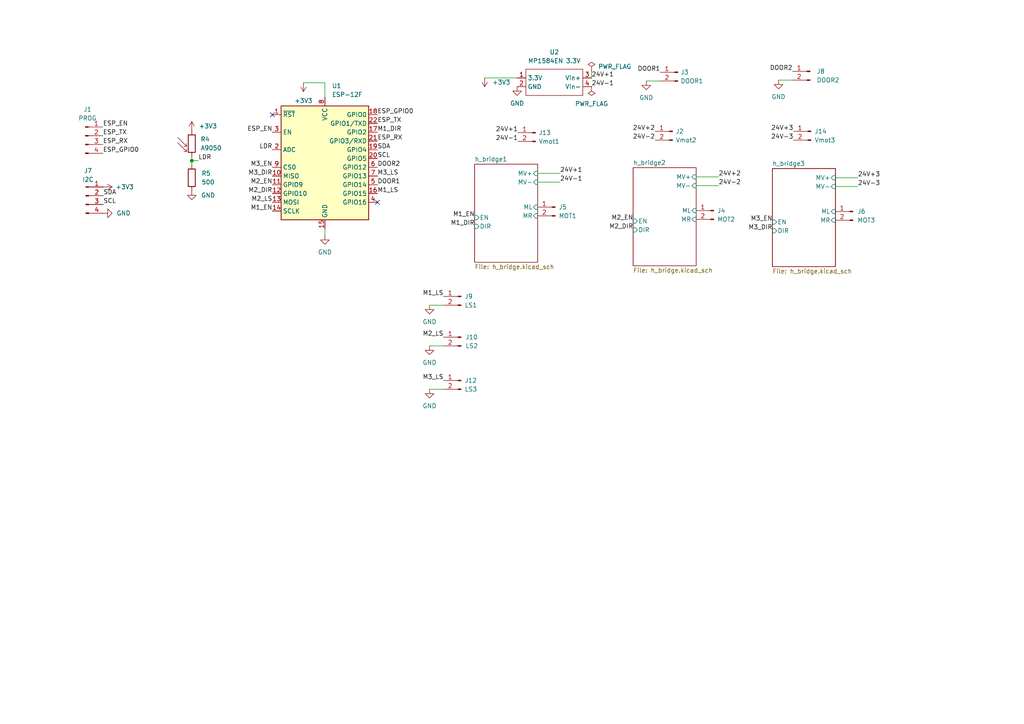
<source format=kicad_sch>
(kicad_sch (version 20211123) (generator eeschema)
  (paper "A4")
  (lib_symbols
    (symbol "Connector:Conn_01x02_Male" (pin_names (offset 1.016) hide)
      (property "Reference" "J" (at 0 2.54 0))
      (property "Value" "Conn_01x02_Male" (at 0 -5.08 0))
      (symbol "Conn_01x02_Male_1_1"
        (polyline (pts (xy 1.27 -2.54) (xy 0.8636 -2.54)) (stroke (width 0.1524)))
        (polyline (pts (xy 1.27 0) (xy 0.8636 0)) (stroke (width 0.1524)))
        (rectangle (start 0.8636 -2.413) (end 0 -2.667) (stroke (width 0.1524)) (fill (type outline)))
        (rectangle (start 0.8636 0.127) (end 0 -0.127) (stroke (width 0.1524)) (fill (type outline)))
        (pin passive line (at 5.08 0 180) (length 3.81) (name "Pin_1") (number "1"))
        (pin passive line (at 5.08 -2.54 180) (length 3.81) (name "Pin_2") (number "2"))
      )
    )
    (symbol "Connector:Conn_01x04_Male" (pin_names (offset 1.016) hide)
      (property "Reference" "J" (at 0 5.08 0))
      (property "Value" "Conn_01x04_Male" (at 0 -7.62 0))
      (symbol "Conn_01x04_Male_1_1"
        (polyline (pts (xy 1.27 -5.08) (xy 0.8636 -5.08)) (stroke (width 0.1524)))
        (polyline (pts (xy 1.27 -2.54) (xy 0.8636 -2.54)) (stroke (width 0.1524)))
        (polyline (pts (xy 1.27 0) (xy 0.8636 0)) (stroke (width 0.1524)))
        (polyline (pts (xy 1.27 2.54) (xy 0.8636 2.54)) (stroke (width 0.1524)))
        (rectangle (start 0.8636 -4.953) (end 0 -5.207) (stroke (width 0.1524)) (fill (type outline)))
        (rectangle (start 0.8636 -2.413) (end 0 -2.667) (stroke (width 0.1524)) (fill (type outline)))
        (rectangle (start 0.8636 0.127) (end 0 -0.127) (stroke (width 0.1524)) (fill (type outline)))
        (rectangle (start 0.8636 2.667) (end 0 2.413) (stroke (width 0.1524)) (fill (type outline)))
        (pin passive line (at 5.08 2.54 180) (length 3.81) (name "Pin_1") (number "1"))
        (pin passive line (at 5.08 0 180) (length 3.81) (name "Pin_2") (number "2"))
        (pin passive line (at 5.08 -2.54 180) (length 3.81) (name "Pin_3") (number "3"))
        (pin passive line (at 5.08 -5.08 180) (length 3.81) (name "Pin_4") (number "4"))
      )
    )
    (symbol "Device:R" (pin_numbers hide) (pin_names (offset 0))
      (property "Reference" "R" (at 2.032 0 90))
      (property "Value" "R" (at 0 0 90))
      (symbol "R_0_1"
        (rectangle (start -1.016 -2.54) (end 1.016 2.54) (stroke (width 0.254)))
      )
      (symbol "R_1_1"
        (pin passive line (at 0 3.81 270) (length 1.27) (name "~") (number "1"))
        (pin passive line (at 0 -3.81 90) (length 1.27) (name "~") (number "2"))
      )
    )
    (symbol "Power Modules:MP1584EN 3.3V"
      (property "Reference" "U" (at 0 5.08 0))
      (property "Value" "MP1584EN 3.3V" (at 0 -6.35 0))
      (symbol "MP1584EN 3.3V_0_0"
        (pin power_out line (at -10.16 1.27 0) (length 2.54) (name "3.3V") (number "1"))
        (pin power_out line (at -10.16 -1.27 0) (length 2.54) (name "GND") (number "2"))
        (pin power_in line (at 11.43 1.27 180) (length 2.54) (name "Vin+") (number "3"))
        (pin power_in line (at 11.43 -1.27 180) (length 2.54) (name "Vin-") (number "4"))
      )
      (symbol "MP1584EN 3.3V_0_1"
        (rectangle (start -7.62 3.81) (end 8.89 -3.81) (stroke (width 0.1524)))
      )
    )
    (symbol "RF_Module:ESP-12F"
      (property "Reference" "U" (at -12.7 19.05 0))
      (property "Value" "ESP-12F" (at 12.7 19.05 0))
      (symbol "ESP-12F_0_1"
        (rectangle (start -12.7 17.78) (end 12.7 -15.24) (stroke (width 0.254)) (fill (type background)))
      )
      (symbol "ESP-12F_1_1"
        (pin input line (at -15.24 15.24 0) (length 2.54) (name "~{RST}") (number "1"))
        (pin bidirectional line (at -15.24 -2.54 0) (length 2.54) (name "MISO") (number "10"))
        (pin bidirectional line (at -15.24 -5.08 0) (length 2.54) (name "GPIO9") (number "11"))
        (pin bidirectional line (at -15.24 -7.62 0) (length 2.54) (name "GPIO10") (number "12"))
        (pin bidirectional line (at -15.24 -10.16 0) (length 2.54) (name "MOSI") (number "13"))
        (pin bidirectional line (at -15.24 -12.7 0) (length 2.54) (name "SCLK") (number "14"))
        (pin power_in line (at 0 -17.78 90) (length 2.54) (name "GND") (number "15"))
        (pin bidirectional line (at 15.24 -7.62 180) (length 2.54) (name "GPIO15") (number "16"))
        (pin bidirectional line (at 15.24 10.16 180) (length 2.54) (name "GPIO2") (number "17"))
        (pin bidirectional line (at 15.24 15.24 180) (length 2.54) (name "GPIO0") (number "18"))
        (pin bidirectional line (at 15.24 5.08 180) (length 2.54) (name "GPIO4") (number "19"))
        (pin input line (at -15.24 5.08 0) (length 2.54) (name "ADC") (number "2"))
        (pin bidirectional line (at 15.24 2.54 180) (length 2.54) (name "GPIO5") (number "20"))
        (pin bidirectional line (at 15.24 7.62 180) (length 2.54) (name "GPIO3/RXD") (number "21"))
        (pin bidirectional line (at 15.24 12.7 180) (length 2.54) (name "GPIO1/TXD") (number "22"))
        (pin input line (at -15.24 10.16 0) (length 2.54) (name "EN") (number "3"))
        (pin bidirectional line (at 15.24 -10.16 180) (length 2.54) (name "GPIO16") (number "4"))
        (pin bidirectional line (at 15.24 -5.08 180) (length 2.54) (name "GPIO14") (number "5"))
        (pin bidirectional line (at 15.24 0 180) (length 2.54) (name "GPIO12") (number "6"))
        (pin bidirectional line (at 15.24 -2.54 180) (length 2.54) (name "GPIO13") (number "7"))
        (pin power_in line (at 0 20.32 270) (length 2.54) (name "VCC") (number "8"))
        (pin input line (at -15.24 0 0) (length 2.54) (name "CS0") (number "9"))
      )
    )
    (symbol "Sensor_Optical:A9050" (pin_numbers hide) (pin_names (offset 0))
      (property "Reference" "R" (at -5.08 0 90))
      (property "Value" "A9050" (at 1.905 0 90))
      (symbol "A9050_0_1"
        (rectangle (start -1.016 2.54) (end 1.016 -2.54) (stroke (width 0.254)))
        (polyline (pts (xy -1.524 -2.286) (xy -4.064 0.254)))
        (polyline (pts (xy -1.524 -2.286) (xy -2.286 -2.286)))
        (polyline (pts (xy -1.524 -2.286) (xy -1.524 -1.524)))
        (polyline (pts (xy -1.524 -0.762) (xy -4.064 1.778)))
        (polyline (pts (xy -1.524 -0.762) (xy -2.286 -0.762)))
        (polyline (pts (xy -1.524 -0.762) (xy -1.524 0)))
      )
      (symbol "A9050_1_1"
        (pin passive line (at 0 3.81 270) (length 1.27) (name "~") (number "1"))
        (pin passive line (at 0 -3.81 90) (length 1.27) (name "~") (number "2"))
      )
    )
    (symbol "power:+3V3" (power) (pin_names (offset 0))
      (property "Value" "+3V3" (at 0 3.556 0))
      (symbol "+3V3_0_1"
        (polyline (pts (xy -0.762 1.27) (xy 0 2.54)))
        (polyline (pts (xy 0 0) (xy 0 2.54)))
        (polyline (pts (xy 0 2.54) (xy 0.762 1.27)))
      )
      (symbol "+3V3_1_1"
        (pin power_in line (at 0 0 90) (length 0) hide (name "+3V3") (number "1"))
      )
    )
    (symbol "power:GND" (power) (pin_names (offset 0))
      (property "Value" "GND" (at 0 -3.81 0))
      (symbol "GND_0_1"
        (polyline (pts (xy 0 0) (xy 0 -1.27) (xy 1.27 -1.27) (xy 0 -2.54) (xy -1.27 -1.27) (xy 0 -1.27)))
      )
      (symbol "GND_1_1"
        (pin power_in line (at 0 0 270) (length 0) hide (name "GND") (number "1"))
      )
    )
    (symbol "power:PWR_FLAG" (power) (pin_numbers hide) (pin_names (offset 0) hide)
      (property "Value" "PWR_FLAG" (at 0 3.81 0))
      (symbol "PWR_FLAG_0_0"
        (pin power_out line (at 0 0 90) (length 0) (name "pwr") (number "1"))
      )
      (symbol "PWR_FLAG_0_1"
        (polyline (pts (xy 0 0) (xy 0 1.27) (xy -1.016 1.905) (xy 0 2.54) (xy 1.016 1.905) (xy 0 1.27)))
      )
    )
  )
  (junction (at 55.626 46.609))
  (no_connect (at 78.994 33.274))
  (no_connect (at 109.474 58.674))
  (wire (pts (xy 55.626 45.466) (xy 55.626 46.609)))
  (wire (pts (xy 171.577 20.574) (xy 171.577 22.606)))
  (wire (pts (xy 155.956 50.292) (xy 162.433 50.292)))
  (wire (pts (xy 94.234 66.294) (xy 94.234 68.326)))
  (wire (pts (xy 225.806 23.241) (xy 229.87 23.241)))
  (wire (pts (xy 88.011 24.003) (xy 94.234 24.003)))
  (wire (pts (xy 124.587 100.33) (xy 128.651 100.33)))
  (wire (pts (xy 94.234 24.003) (xy 94.234 28.194)))
  (wire (pts (xy 140.589 22.606) (xy 149.987 22.606)))
  (wire (pts (xy 242.316 54.102) (xy 248.793 54.102)))
  (wire (pts (xy 201.93 51.308) (xy 208.407 51.308)))
  (wire (pts (xy 187.452 23.495) (xy 191.516 23.495)))
  (wire (pts (xy 55.626 46.609) (xy 55.626 47.752)))
  (wire (pts (xy 124.587 88.519) (xy 128.651 88.519)))
  (wire (pts (xy 242.316 51.562) (xy 248.793 51.562)))
  (wire (pts (xy 155.956 52.832) (xy 162.433 52.832)))
  (wire (pts (xy 55.626 46.609) (xy 57.531 46.609)))
  (wire (pts (xy 124.587 112.903) (xy 128.651 112.903)))
  (wire (pts (xy 201.93 53.848) (xy 208.407 53.848)))
  (label "ESP_GPIO0" (at 109.474 33.274 0))
  (label "M1_DIR" (at 109.474 38.354 0))
  (label "SDA" (at 29.972 56.769 0))
  (label "24V-2" (at 189.992 40.64 180))
  (label "M3_DIR" (at 224.028 66.929 180))
  (label "24V+1" (at 171.577 22.606 0))
  (label "24V-1" (at 171.577 25.146 0))
  (label "LDR" (at 57.531 46.609 0))
  (label "M2_LS" (at 128.651 97.79 180))
  (label "SCL" (at 109.474 45.974 0))
  (label "24V-1" (at 162.433 52.832 0))
  (label "M1_DIR" (at 137.668 65.659 180))
  (label "SCL" (at 29.972 59.309 0))
  (label "24V+1" (at 150.241 38.481 180))
  (label "M3_EN" (at 78.994 48.514 180))
  (label "ESP_RX" (at 29.845 41.91 0))
  (label "M3_DIR" (at 78.994 51.054 180))
  (label "ESP_EN" (at 29.845 36.83 0))
  (label "M1_EN" (at 78.994 61.214 180))
  (label "24V-3" (at 230.124 40.64 180))
  (label "24V-3" (at 248.793 54.102 0))
  (label "24V+1" (at 162.433 50.292 0))
  (label "M2_EN" (at 78.994 53.594 180))
  (label "M3_EN" (at 224.028 64.389 180))
  (label "M2_LS" (at 78.994 58.674 180))
  (label "M2_DIR" (at 183.642 66.675 180))
  (label "DOOR2" (at 229.87 20.701 180))
  (label "ESP_TX" (at 29.845 39.37 0))
  (label "M1_EN" (at 137.668 63.119 180))
  (label "24V+2" (at 208.407 51.308 0))
  (label "DOOR1" (at 191.516 20.955 180))
  (label "M2_DIR" (at 78.994 56.134 180))
  (label "SDA" (at 109.474 43.434 0))
  (label "24V+3" (at 248.793 51.562 0))
  (label "M1_LS" (at 128.651 85.979 180))
  (label "M3_LS" (at 128.651 110.363 180))
  (label "24V-1" (at 150.241 41.021 180))
  (label "ESP_GPIO0" (at 29.845 44.45 0))
  (label "M2_EN" (at 183.642 64.135 180))
  (label "ESP_EN" (at 78.994 38.354 180))
  (label "24V+2" (at 189.992 38.1 180))
  (label "ESP_RX" (at 109.474 40.894 0))
  (label "ESP_TX" (at 109.474 35.814 0))
  (label "24V-2" (at 208.407 53.848 0))
  (label "DOOR2" (at 109.474 48.514 0))
  (label "24V+3" (at 230.124 38.1 180))
  (label "DOOR1" (at 109.474 53.594 0))
  (label "M1_LS" (at 109.474 56.134 0))
  (label "LDR" (at 78.994 43.434 180))
  (label "M3_LS" (at 109.474 51.054 0))
  (symbol (lib_id "power:GND") (at 225.806 23.241 0) (unit 1)
    (property "Reference" "#PWR010" (effects hide))
    (property "Value" "GND" (at 225.806 28.067 0))
  )
  (symbol (lib_id "Connector:Conn_01x02_Male") (at 155.321 38.481 0) (mirror y) (unit 1)
    (property "Reference" "J13" (at 156.21 38.4809 0) (effects (justify right)))
    (property "Value" "Vmot1" (at 156.21 41.0209 0) (effects (justify right)))
    (property "Footprint" "Connector_JST:JST_XH_B2B-XH-A_1x02_P2.50mm_Vertical" (effects hide))
  )
  (symbol (lib_id "Connector:Conn_01x02_Male") (at 207.01 61.087 0) (mirror y) (unit 1)
    (property "Reference" "J4" (at 208.026 61.0869 0) (effects (justify right)))
    (property "Value" "MOT2" (at 208.026 63.6269 0) (effects (justify right)))
    (property "Footprint" "Connector_JST:JST_XH_B2B-XH-A_1x02_P2.50mm_Vertical" (effects hide))
  )
  (symbol (lib_id "power:GND") (at 124.587 112.903 0) (unit 1)
    (property "Reference" "#PWR07" (effects hide))
    (property "Value" "GND" (at 124.587 117.729 0))
  )
  (symbol (lib_id "power:+3V3") (at 29.972 54.229 270) (unit 1)
    (property "Reference" "#PWR014" (effects hide))
    (property "Value" "+3V3" (at 33.528 54.2289 90) (effects (justify left)))
  )
  (symbol (lib_id "power:GND") (at 149.987 25.146 0) (unit 1)
    (property "Reference" "#PWR017" (effects hide))
    (property "Value" "GND" (at 149.987 29.972 0))
  )
  (symbol (lib_id "power:GND") (at 124.587 88.519 0) (unit 1)
    (property "Reference" "#PWR01" (effects hide))
    (property "Value" "GND" (at 124.587 93.345 0))
  )
  (symbol (lib_id "power:PWR_FLAG") (at 171.577 20.574 0) (unit 1)
    (property "Reference" "#FLG0101" (effects hide))
    (property "Value" "PWR_FLAG" (at 173.482 19.3039 0) (effects (justify left)))
  )
  (symbol (lib_id "power:GND") (at 55.626 55.372 0) (unit 1)
    (property "Reference" "#PWR011" (effects hide))
    (property "Value" "GND" (at 58.293 56.6419 0) (effects (justify left)))
  )
  (symbol (lib_id "Device:R") (at 55.626 51.562 0) (unit 1)
    (property "Reference" "R5" (at 58.42 50.2919 0) (effects (justify left)))
    (property "Value" "500" (at 58.42 52.8319 0) (effects (justify left)))
    (property "Footprint" "Resistor_SMD:R_0805_2012Metric" (effects hide))
  )
  (symbol (lib_id "Connector:Conn_01x02_Male") (at 133.731 110.363 0) (mirror y) (unit 1)
    (property "Reference" "J12" (at 134.747 110.3629 0) (effects (justify right)))
    (property "Value" "LS3" (at 134.747 112.9029 0) (effects (justify right)))
    (property "Footprint" "Connector_JST:JST_XH_B2B-XH-A_1x02_P2.50mm_Vertical" (effects hide))
  )
  (symbol (lib_id "Connector:Conn_01x02_Male") (at 196.596 20.955 0) (mirror y) (unit 1)
    (property "Reference" "J3" (at 197.358 20.9549 0) (effects (justify right)))
    (property "Value" "DOOR1" (at 197.358 23.4949 0) (effects (justify right)))
    (property "Footprint" "Connector_JST:JST_XH_B2B-XH-A_1x02_P2.50mm_Vertical" (effects hide))
  )
  (symbol (lib_id "Connector:Conn_01x02_Male") (at 195.072 38.1 0) (mirror y) (unit 1)
    (property "Reference" "J2" (at 195.961 38.0999 0) (effects (justify right)))
    (property "Value" "Vmot2" (at 195.961 40.6399 0) (effects (justify right)))
    (property "Footprint" "Connector_JST:JST_XH_B2B-XH-A_1x02_P2.50mm_Vertical" (effects hide))
  )
  (symbol (lib_id "power:GND") (at 187.452 23.495 0) (unit 1)
    (property "Reference" "#PWR09" (effects hide))
    (property "Value" "GND" (at 187.452 28.321 0))
  )
  (symbol (lib_id "power:GND") (at 124.587 100.33 0) (unit 1)
    (property "Reference" "#PWR06" (effects hide))
    (property "Value" "GND" (at 124.587 105.156 0))
  )
  (symbol (lib_id "power:GND") (at 94.234 68.326 0) (unit 1)
    (property "Reference" "#PWR0101" (effects hide))
    (property "Value" "GND" (at 94.234 73.152 0))
  )
  (symbol (lib_id "Power Modules:MP1584EN 3.3V") (at 160.147 23.876 0) (unit 1)
    (property "Reference" "U2" (at 160.782 15.113 0))
    (property "Value" "MP1584EN 3.3V" (at 160.782 17.653 0))
    (property "Footprint" "Power Modules:MP1584EN" (effects hide))
    (property "Datasheet" "https://aliexpress.ru/item/1005003880292594.html" (effects hide))
  )
  (symbol (lib_id "RF_Module:ESP-12F") (at 94.234 48.514 0) (unit 1)
    (property "Reference" "U1" (at 96.2534 24.892 0) (effects (justify left)))
    (property "Value" "ESP-12F" (at 96.2534 27.432 0) (effects (justify left)))
    (property "Footprint" "RF_Module:ESP-12E" (effects hide))
    (property "Datasheet" "http://wiki.ai-thinker.com/_media/esp8266/esp8266_series_modules_user_manual_v1.1.pdf" (effects hide))
  )
  (symbol (lib_id "Connector:Conn_01x02_Male") (at 133.731 97.79 0) (mirror y) (unit 1)
    (property "Reference" "J10" (at 135.001 97.7899 0) (effects (justify right)))
    (property "Value" "LS2" (at 135.001 100.3299 0) (effects (justify right)))
    (property "Footprint" "Connector_JST:JST_XH_B2B-XH-A_1x02_P2.50mm_Vertical" (effects hide))
  )
  (symbol (lib_id "power:+3V3") (at 55.626 37.846 0) (unit 1)
    (property "Reference" "#PWR08" (effects hide))
    (property "Value" "+3V3" (at 57.658 36.5759 0) (effects (justify left)))
  )
  (symbol (lib_id "Connector:Conn_01x04_Male") (at 24.765 39.37 0) (unit 1)
    (property "Reference" "J1" (at 25.4 31.75 0))
    (property "Value" "PROG" (at 25.4 34.29 0))
    (property "Footprint" "Connector_JST:JST_XH_B4B-XH-A_1x04_P2.50mm_Vertical" (effects hide))
  )
  (symbol (lib_id "Sensor_Optical:A9050") (at 55.626 41.656 0) (unit 1)
    (property "Reference" "R4" (at 58.166 40.3859 0) (effects (justify left)))
    (property "Value" "A9050" (at 58.166 42.9259 0) (effects (justify left)))
    (property "Footprint" "OptoDevice:R_LDR_5.0x4.1mm_P3mm_Vertical" (effects hide))
    (property "Datasheet" "http://cdn-reichelt.de/documents/datenblatt/A500/A90xxxx%23PE.pdf" (effects hide))
  )
  (symbol (lib_id "power:GND") (at 29.972 61.849 90) (unit 1)
    (property "Reference" "#PWR015" (effects hide))
    (property "Value" "GND" (at 33.782 61.8489 90) (effects (justify right)))
  )
  (symbol (lib_id "Connector:Conn_01x02_Male") (at 247.396 61.341 0) (mirror y) (unit 1)
    (property "Reference" "J6" (at 248.666 61.3409 0) (effects (justify right)))
    (property "Value" "MOT3" (at 248.666 63.8809 0) (effects (justify right)))
    (property "Footprint" "Connector_JST:JST_XH_B2B-XH-A_1x02_P2.50mm_Vertical" (effects hide))
  )
  (symbol (lib_id "power:+3V3") (at 88.011 24.003 180) (unit 1)
    (property "Reference" "#PWR04" (effects hide))
    (property "Value" "+3V3" (at 88.011 29.21 0))
  )
  (symbol (lib_id "power:PWR_FLAG") (at 171.577 25.146 180) (unit 1)
    (property "Reference" "#FLG0102" (effects hide))
    (property "Value" "PWR_FLAG" (at 171.577 30.099 0))
  )
  (symbol (lib_id "Connector:Conn_01x02_Male") (at 235.204 38.1 0) (mirror y) (unit 1)
    (property "Reference" "J14" (at 236.22 38.0999 0) (effects (justify right)))
    (property "Value" "Vmot3" (at 236.22 40.6399 0) (effects (justify right)))
    (property "Footprint" "Connector_JST:JST_XH_B2B-XH-A_1x02_P2.50mm_Vertical" (effects hide))
  )
  (symbol (lib_id "Connector:Conn_01x02_Male") (at 133.731 85.979 0) (mirror y) (unit 1)
    (property "Reference" "J9" (at 134.747 85.9789 0) (effects (justify right)))
    (property "Value" "LS1" (at 134.747 88.5189 0) (effects (justify right)))
    (property "Footprint" "Connector_JST:JST_XH_B2B-XH-A_1x02_P2.50mm_Vertical" (effects hide))
  )
  (symbol (lib_id "Connector:Conn_01x02_Male") (at 161.036 60.071 0) (mirror y) (unit 1)
    (property "Reference" "J5" (at 162.052 60.0709 0) (effects (justify right)))
    (property "Value" "MOT1" (at 162.052 62.6109 0) (effects (justify right)))
    (property "Footprint" "Connector_JST:JST_XH_B2B-XH-A_1x02_P2.50mm_Vertical" (effects hide))
  )
  (symbol (lib_id "power:+3V3") (at 140.589 22.606 180) (unit 1)
    (property "Reference" "#PWR016" (effects hide))
    (property "Value" "+3V3" (at 142.748 23.8759 0) (effects (justify right)))
  )
  (symbol (lib_id "Connector:Conn_01x04_Male") (at 24.892 56.769 0) (unit 1)
    (property "Reference" "J7" (at 25.527 49.53 0))
    (property "Value" "I2C" (at 25.527 52.07 0))
    (property "Footprint" "Connector_JST:JST_XH_B4B-XH-A_1x04_P2.50mm_Vertical" (effects hide))
  )
  (symbol (lib_id "Connector:Conn_01x02_Male") (at 234.95 20.701 0) (mirror y) (unit 1)
    (property "Reference" "J8" (at 236.855 20.7009 0) (effects (justify right)))
    (property "Value" "DOOR2" (at 236.855 23.2409 0) (effects (justify right)))
    (property "Footprint" "Connector_JST:JST_XH_B2B-XH-A_1x02_P2.50mm_Vertical" (effects hide))
  )
  (sheet (at 224.028 48.895) (size 18.288 28.448) (stroke (width 0.1524))
    (property "Sheet name" "h_bridge3" (at 224.028 48.1834 0) (effects (justify left bottom)))
    (property "Sheet file" "h_bridge.kicad_sch" (at 224.028 77.9276 0) (effects (justify left top)))
    (pin "MV-" input (at 242.316 54.102 0))
    (pin "ML" input (at 242.316 61.341 0))
    (pin "MR" input (at 242.316 63.881 0))
    (pin "MV+" input (at 242.316 51.562 0))
    (pin "EN" input (at 224.028 64.389 180))
    (pin "DIR" input (at 224.028 66.929 180))
  )
  (sheet (at 183.642 48.641) (size 18.288 28.448) (stroke (width 0.1524))
    (property "Sheet name" "h_bridge2" (at 183.642 47.9294 0) (effects (justify left bottom)))
    (property "Sheet file" "h_bridge.kicad_sch" (at 183.642 77.6736 0) (effects (justify left top)))
    (pin "MV-" input (at 201.93 53.848 0))
    (pin "ML" input (at 201.93 61.087 0))
    (pin "MR" input (at 201.93 63.627 0))
    (pin "MV+" input (at 201.93 51.308 0))
    (pin "EN" input (at 183.642 64.135 180))
    (pin "DIR" input (at 183.642 66.675 180))
  )
  (sheet (at 137.668 47.625) (size 18.288 28.448) (stroke (width 0.1524))
    (property "Sheet name" "h_bridge1" (at 137.668 46.9134 0) (effects (justify left bottom)))
    (property "Sheet file" "h_bridge.kicad_sch" (at 137.668 76.6576 0) (effects (justify left top)))
    (pin "MV-" input (at 155.956 52.832 0))
    (pin "ML" input (at 155.956 60.071 0))
    (pin "MR" input (at 155.956 62.611 0))
    (pin "MV+" input (at 155.956 50.292 0))
    (pin "EN" input (at 137.668 63.119 180))
    (pin "DIR" input (at 137.668 65.659 180))
  )
)
</source>
